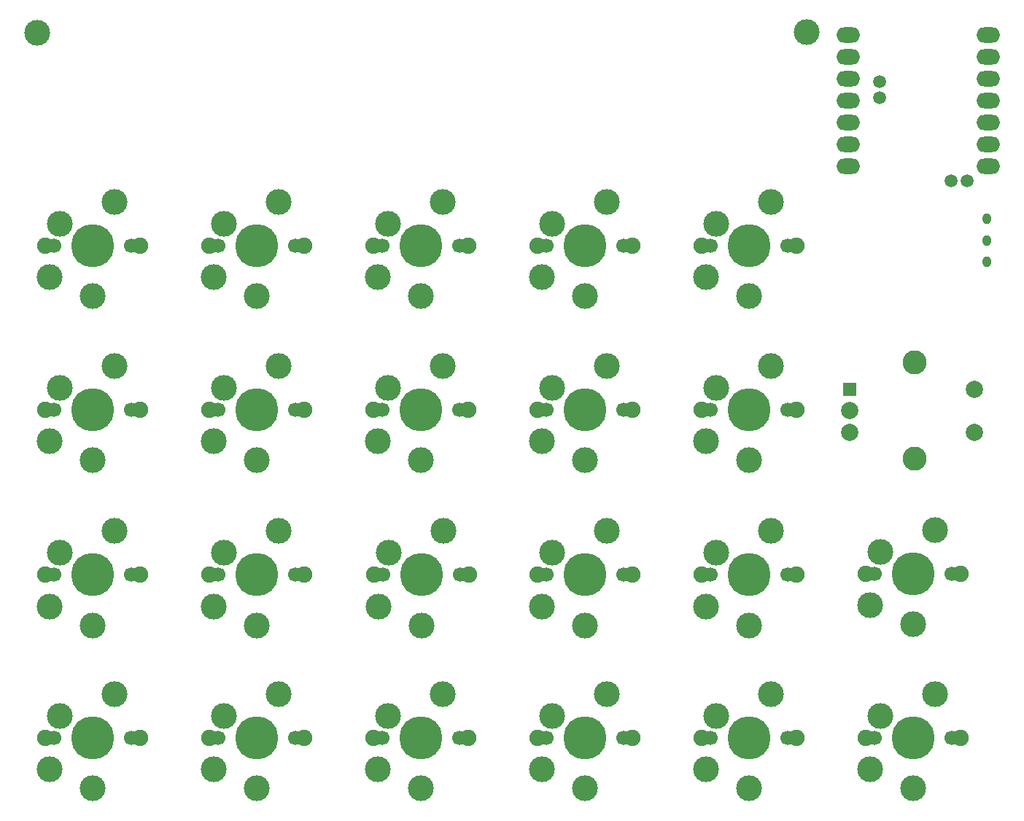
<source format=gbr>
%TF.GenerationSoftware,KiCad,Pcbnew,8.0.7*%
%TF.CreationDate,2025-02-28T21:35:55+09:00*%
%TF.ProjectId,cool642tb_L,636f6f6c-3634-4327-9462-5f4c2e6b6963,rev?*%
%TF.SameCoordinates,Original*%
%TF.FileFunction,Soldermask,Top*%
%TF.FilePolarity,Negative*%
%FSLAX46Y46*%
G04 Gerber Fmt 4.6, Leading zero omitted, Abs format (unit mm)*
G04 Created by KiCad (PCBNEW 8.0.7) date 2025-02-28 21:35:55*
%MOMM*%
%LPD*%
G01*
G04 APERTURE LIST*
%ADD10C,1.900000*%
%ADD11C,1.700000*%
%ADD12C,3.000000*%
%ADD13C,5.000000*%
%ADD14R,1.500000X1.500000*%
%ADD15C,2.000000*%
%ADD16C,2.800000*%
%ADD17O,1.000000X1.300000*%
%ADD18O,2.750000X1.800000*%
%ADD19C,1.500000*%
G04 APERTURE END LIST*
D10*
%TO.C,SW14*%
X51650000Y-19050000D03*
D11*
X52070000Y-19050000D03*
D12*
X52150000Y-22750000D03*
D11*
X52650000Y-19050000D03*
D12*
X53340000Y-16510000D03*
D13*
X57150000Y-19050000D03*
D12*
X57150000Y-24950000D03*
X59690000Y-13970000D03*
D11*
X61650000Y-19050000D03*
X62230000Y-19050000D03*
D10*
X62650000Y-19050000D03*
%TD*%
D12*
%TO.C,B1*%
X-6400000Y24710000D03*
X82870000Y24750000D03*
%TD*%
D10*
%TO.C,SW18*%
X70700000Y-19050000D03*
D11*
X71120000Y-19050000D03*
D12*
X71200000Y-22750000D03*
D11*
X71700000Y-19050000D03*
D12*
X72390000Y-16510000D03*
D13*
X76200000Y-19050000D03*
D12*
X76200000Y-24950000D03*
X78740000Y-13970000D03*
D11*
X80700000Y-19050000D03*
X81280000Y-19050000D03*
D10*
X81700000Y-19050000D03*
%TD*%
%TO.C,SW12*%
X32600000Y-57150000D03*
D11*
X33020000Y-57150000D03*
D12*
X33100000Y-60850000D03*
D11*
X33600000Y-57150000D03*
D12*
X34290000Y-54610000D03*
D13*
X38100000Y-57150000D03*
D12*
X38100000Y-63050000D03*
X40640000Y-52070000D03*
D11*
X42600000Y-57150000D03*
X43180000Y-57150000D03*
D10*
X43600000Y-57150000D03*
%TD*%
%TO.C,SW23*%
X89750000Y-57150000D03*
D11*
X90170000Y-57150000D03*
D12*
X90250000Y-60850000D03*
D11*
X90750000Y-57150000D03*
D12*
X91440000Y-54610000D03*
D13*
X95250000Y-57150000D03*
D12*
X95250000Y-63050000D03*
X97790000Y-52070000D03*
D11*
X99750000Y-57150000D03*
X100330000Y-57150000D03*
D10*
X100750000Y-57150000D03*
%TD*%
%TO.C,SW19*%
X70700000Y-38200000D03*
D11*
X71120000Y-38200000D03*
D12*
X71200000Y-41900000D03*
D11*
X71700000Y-38200000D03*
D12*
X72390000Y-35660000D03*
D13*
X76200000Y-38200000D03*
D12*
X76200000Y-44100000D03*
X78740000Y-33120000D03*
D11*
X80700000Y-38200000D03*
X81280000Y-38200000D03*
D10*
X81700000Y-38200000D03*
%TD*%
%TO.C,SW1*%
X-5500000Y0D03*
D11*
X-5080000Y0D03*
D12*
X-5000000Y-3700000D03*
D11*
X-4500000Y0D03*
D12*
X-3810000Y2540000D03*
D13*
X0Y0D03*
D12*
X0Y-5900000D03*
X2540000Y5080000D03*
D11*
X4500000Y0D03*
X5080000Y0D03*
D10*
X5500000Y0D03*
%TD*%
%TO.C,SW13*%
X51650000Y0D03*
D11*
X52070000Y0D03*
D12*
X52150000Y-3700000D03*
D11*
X52650000Y0D03*
D12*
X53340000Y2540000D03*
D13*
X57150000Y0D03*
D12*
X57150000Y-5900000D03*
X59690000Y5080000D03*
D11*
X61650000Y0D03*
X62230000Y0D03*
D10*
X62650000Y0D03*
%TD*%
%TO.C,SW10*%
X32600000Y-19050000D03*
D11*
X33020000Y-19050000D03*
D12*
X33100000Y-22750000D03*
D11*
X33600000Y-19050000D03*
D12*
X34290000Y-16510000D03*
D13*
X38100000Y-19050000D03*
D12*
X38100000Y-24950000D03*
X40640000Y-13970000D03*
D11*
X42600000Y-19050000D03*
X43180000Y-19050000D03*
D10*
X43600000Y-19050000D03*
%TD*%
%TO.C,SW9*%
X32600000Y0D03*
D11*
X33020000Y0D03*
D12*
X33100000Y-3700000D03*
D11*
X33600000Y0D03*
D12*
X34290000Y2540000D03*
D13*
X38100000Y0D03*
D12*
X38100000Y-5900000D03*
X40640000Y5080000D03*
D11*
X42600000Y0D03*
X43180000Y0D03*
D10*
X43600000Y0D03*
%TD*%
%TO.C,SW15*%
X51650000Y-38200000D03*
D11*
X52070000Y-38200000D03*
D12*
X52150000Y-41900000D03*
D11*
X52650000Y-38200000D03*
D12*
X53340000Y-35660000D03*
D13*
X57150000Y-38200000D03*
D12*
X57150000Y-44100000D03*
X59690000Y-33120000D03*
D11*
X61650000Y-38200000D03*
X62230000Y-38200000D03*
D10*
X62650000Y-38200000D03*
%TD*%
%TO.C,SW11*%
X32700000Y-38200000D03*
D11*
X33120000Y-38200000D03*
D12*
X33200000Y-41900000D03*
D11*
X33700000Y-38200000D03*
D12*
X34390000Y-35660000D03*
D13*
X38200000Y-38200000D03*
D12*
X38200000Y-44100000D03*
X40740000Y-33120000D03*
D11*
X42700000Y-38200000D03*
X43280000Y-38200000D03*
D10*
X43700000Y-38200000D03*
%TD*%
%TO.C,SW5*%
X13550000Y0D03*
D11*
X13970000Y0D03*
D12*
X14050000Y-3700000D03*
D11*
X14550000Y0D03*
D12*
X15240000Y2540000D03*
D13*
X19050000Y0D03*
D12*
X19050000Y-5900000D03*
X21590000Y5080000D03*
D11*
X23550000Y0D03*
X24130000Y0D03*
D10*
X24550000Y0D03*
%TD*%
%TO.C,SW4*%
X-5500000Y-57150000D03*
D11*
X-5080000Y-57150000D03*
D12*
X-5000000Y-60850000D03*
D11*
X-4500000Y-57150000D03*
D12*
X-3810000Y-54610000D03*
D13*
X0Y-57150000D03*
D12*
X0Y-63050000D03*
X2540000Y-52070000D03*
D11*
X4500000Y-57150000D03*
X5080000Y-57150000D03*
D10*
X5500000Y-57150000D03*
%TD*%
%TO.C,SW17*%
X70700000Y0D03*
D11*
X71120000Y0D03*
D12*
X71200000Y-3700000D03*
D11*
X71700000Y0D03*
D12*
X72390000Y2540000D03*
D13*
X76200000Y0D03*
D12*
X76200000Y-5900000D03*
X78740000Y5080000D03*
D11*
X80700000Y0D03*
X81280000Y0D03*
D10*
X81700000Y0D03*
%TD*%
%TO.C,SW22*%
X89750000Y-38100000D03*
D11*
X90170000Y-38100000D03*
D12*
X90250000Y-41800000D03*
D11*
X90750000Y-38100000D03*
D12*
X91440000Y-35560000D03*
D13*
X95250000Y-38100000D03*
D12*
X95250000Y-44000000D03*
X97790000Y-33020000D03*
D11*
X99750000Y-38100000D03*
X100330000Y-38100000D03*
D10*
X100750000Y-38100000D03*
%TD*%
%TO.C,SW6*%
X13550000Y-19050000D03*
D11*
X13970000Y-19050000D03*
D12*
X14050000Y-22750000D03*
D11*
X14550000Y-19050000D03*
D12*
X15240000Y-16510000D03*
D13*
X19050000Y-19050000D03*
D12*
X19050000Y-24950000D03*
X21590000Y-13970000D03*
D11*
X23550000Y-19050000D03*
X24130000Y-19050000D03*
D10*
X24550000Y-19050000D03*
%TD*%
D14*
%TO.C,SW21*%
X87900000Y-16660000D03*
D15*
X87900000Y-21660000D03*
X87900000Y-19160000D03*
D16*
X95400000Y-13560000D03*
X95400000Y-24760000D03*
D15*
X102400000Y-16660000D03*
X102400000Y-21660000D03*
%TD*%
D10*
%TO.C,SW3*%
X-5500000Y-38200000D03*
D11*
X-5080000Y-38200000D03*
D12*
X-5000000Y-41900000D03*
D11*
X-4500000Y-38200000D03*
D12*
X-3810000Y-35660000D03*
D13*
X0Y-38200000D03*
D12*
X0Y-44100000D03*
X2540000Y-33120000D03*
D11*
X4500000Y-38200000D03*
X5080000Y-38200000D03*
D10*
X5500000Y-38200000D03*
%TD*%
%TO.C,SW2*%
X-5500000Y-19050000D03*
D11*
X-5080000Y-19050000D03*
D12*
X-5000000Y-22750000D03*
D11*
X-4500000Y-19050000D03*
D12*
X-3810000Y-16510000D03*
D13*
X0Y-19050000D03*
D12*
X0Y-24950000D03*
X2540000Y-13970000D03*
D11*
X4500000Y-19050000D03*
X5080000Y-19050000D03*
D10*
X5500000Y-19050000D03*
%TD*%
%TO.C,SW16*%
X51650000Y-57150000D03*
D11*
X52070000Y-57150000D03*
D12*
X52150000Y-60850000D03*
D11*
X52650000Y-57150000D03*
D12*
X53340000Y-54610000D03*
D13*
X57150000Y-57150000D03*
D12*
X57150000Y-63050000D03*
X59690000Y-52070000D03*
D11*
X61650000Y-57150000D03*
X62230000Y-57150000D03*
D10*
X62650000Y-57150000D03*
%TD*%
D17*
%TO.C,SW24*%
X103840000Y3104000D03*
X103840000Y604000D03*
X103840000Y-1896000D03*
%TD*%
D10*
%TO.C,SW8*%
X13550000Y-57150000D03*
D11*
X13970000Y-57150000D03*
D12*
X14050000Y-60850000D03*
D11*
X14550000Y-57150000D03*
D12*
X15240000Y-54610000D03*
D13*
X19050000Y-57150000D03*
D12*
X19050000Y-63050000D03*
X21590000Y-52070000D03*
D11*
X23550000Y-57150000D03*
X24130000Y-57150000D03*
D10*
X24550000Y-57150000D03*
%TD*%
%TO.C,SW7*%
X13550000Y-38200000D03*
D11*
X13970000Y-38200000D03*
D12*
X14050000Y-41900000D03*
D11*
X14550000Y-38200000D03*
D12*
X15240000Y-35660000D03*
D13*
X19050000Y-38200000D03*
D12*
X19050000Y-44100000D03*
X21590000Y-33120000D03*
D11*
X23550000Y-38200000D03*
X24130000Y-38200000D03*
D10*
X24550000Y-38200000D03*
%TD*%
D18*
%TO.C,U1*%
X87740000Y24450000D03*
X87740000Y21910000D03*
X87740000Y19370000D03*
X87740000Y16830000D03*
X87740000Y14290000D03*
X87740000Y11750000D03*
X87740000Y9210000D03*
X103980000Y9210000D03*
X103980000Y11750000D03*
X103980000Y14290000D03*
X103980000Y16830000D03*
X103980000Y19370000D03*
X103980000Y21910000D03*
X103980000Y24450000D03*
D19*
X99695400Y7518000D03*
X101575000Y7518000D03*
X91415000Y17147000D03*
X91415000Y19052000D03*
%TD*%
D10*
%TO.C,SW20*%
X70700000Y-57150000D03*
D11*
X71120000Y-57150000D03*
D12*
X71200000Y-60850000D03*
D11*
X71700000Y-57150000D03*
D12*
X72390000Y-54610000D03*
D13*
X76200000Y-57150000D03*
D12*
X76200000Y-63050000D03*
X78740000Y-52070000D03*
D11*
X80700000Y-57150000D03*
X81280000Y-57150000D03*
D10*
X81700000Y-57150000D03*
%TD*%
M02*

</source>
